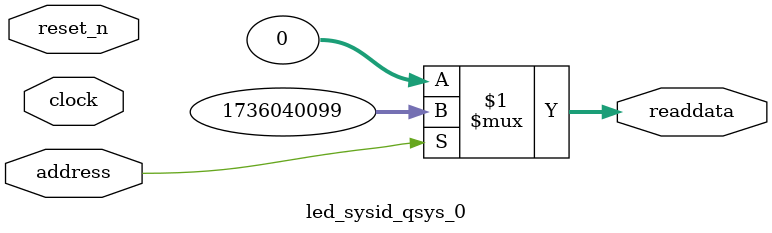
<source format=v>

`timescale 1ns / 1ps
// synthesis translate_on

// turn off superfluous verilog processor warnings 
// altera message_level Level1 
// altera message_off 10034 10035 10036 10037 10230 10240 10030 

module led_sysid_qsys_0 (
               // inputs:
                address,
                clock,
                reset_n,

               // outputs:
                readdata
             )
;

  output  [ 31: 0] readdata;
  input            address;
  input            clock;
  input            reset_n;

  wire    [ 31: 0] readdata;
  //control_slave, which is an e_avalon_slave
  assign readdata = address ? 1736040099 : 0;

endmodule




</source>
